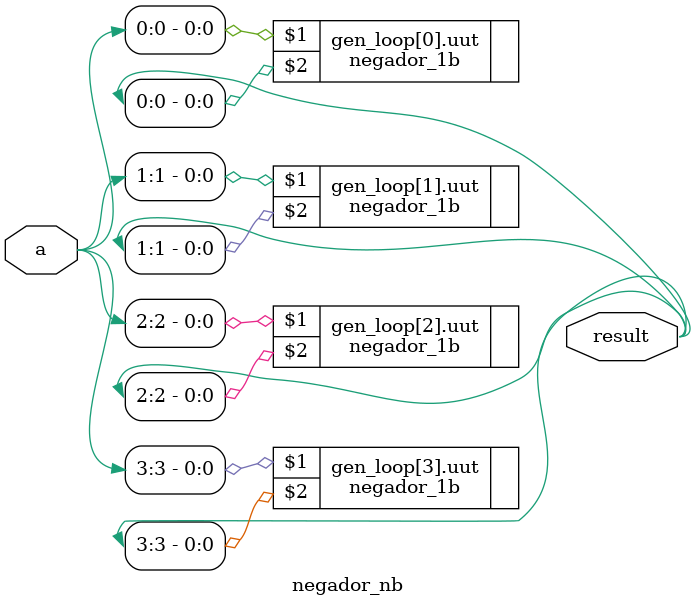
<source format=sv>
 module negador_nb #(parameter N = 4)(input logic [N-1:0] a,
										output logic [N-1:0] result );
										
genvar i;

generate				
	for( i=0;i<N;i++) begin: gen_loop
		negador_1b uut (a[i],result[i]);
	end 		
endgenerate

endmodule 
</source>
